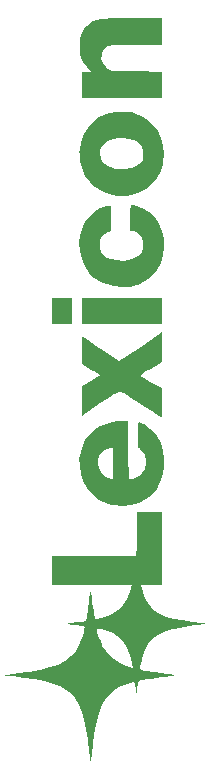
<source format=gto>
%TF.GenerationSoftware,KiCad,Pcbnew,7.0.7*%
%TF.CreationDate,2024-06-09T18:31:49+08:00*%
%TF.ProjectId,Lexicon 69,4c657869-636f-46e2-9036-392e6b696361,rev?*%
%TF.SameCoordinates,Original*%
%TF.FileFunction,Legend,Top*%
%TF.FilePolarity,Positive*%
%FSLAX46Y46*%
G04 Gerber Fmt 4.6, Leading zero omitted, Abs format (unit mm)*
G04 Created by KiCad (PCBNEW 7.0.7) date 2024-06-09 18:31:49*
%MOMM*%
%LPD*%
G01*
G04 APERTURE LIST*
%ADD10C,2.200000*%
G04 APERTURE END LIST*
%TO.C,G\u002A\u002A\u002A*%
G36*
X357937153Y-106441875D02*
G01*
X357937153Y-107535486D01*
X357090486Y-107535486D01*
X356243820Y-107535486D01*
X356243820Y-106441875D01*
X356243820Y-105348264D01*
X357090486Y-105348264D01*
X357937153Y-105348264D01*
X357937153Y-106441875D01*
G37*
G36*
X365557153Y-106441875D02*
G01*
X365557153Y-107535486D01*
X362170486Y-107535486D01*
X358783820Y-107535486D01*
X358783820Y-106441875D01*
X358783820Y-105348264D01*
X362170486Y-105348264D01*
X365557153Y-105348264D01*
X365557153Y-106441875D01*
G37*
G36*
X365557153Y-82770486D02*
G01*
X365557153Y-83899375D01*
X363367665Y-83899375D01*
X362695436Y-83900492D01*
X362149637Y-83905308D01*
X361715593Y-83916020D01*
X361378631Y-83934827D01*
X361124077Y-83963926D01*
X360937257Y-84005516D01*
X360803496Y-84061793D01*
X360708122Y-84134957D01*
X360636460Y-84227204D01*
X360586489Y-84315934D01*
X360451057Y-84711305D01*
X360444530Y-85100135D01*
X360560324Y-85458846D01*
X360791853Y-85763859D01*
X361041598Y-85945486D01*
X361135036Y-85995828D01*
X361225102Y-86035727D01*
X361329011Y-86066598D01*
X361463977Y-86089858D01*
X361647216Y-86106923D01*
X361895944Y-86119207D01*
X362227376Y-86128128D01*
X362658727Y-86135100D01*
X363207212Y-86141541D01*
X363458125Y-86144230D01*
X365557153Y-86166586D01*
X365557153Y-87290758D01*
X365557153Y-88414931D01*
X362170486Y-88414931D01*
X358783820Y-88414931D01*
X358783820Y-87321320D01*
X358783820Y-86227708D01*
X359222140Y-86227708D01*
X359660460Y-86227708D01*
X359331466Y-85892570D01*
X359114789Y-85633740D01*
X358909316Y-85326482D01*
X358806227Y-85134097D01*
X358709704Y-84906972D01*
X358650657Y-84702846D01*
X358620200Y-84472520D01*
X358609446Y-84166797D01*
X358608706Y-84040486D01*
X358632246Y-83508206D01*
X358712088Y-83078519D01*
X358858676Y-82720565D01*
X359082454Y-82403486D01*
X359208351Y-82268680D01*
X359462782Y-82045497D01*
X359727335Y-81893719D01*
X360017011Y-81788312D01*
X360150412Y-81749498D01*
X360284208Y-81718179D01*
X360434761Y-81693556D01*
X360618438Y-81674831D01*
X360851600Y-81661206D01*
X361150612Y-81651883D01*
X361531837Y-81646062D01*
X362011640Y-81642947D01*
X362606385Y-81641739D01*
X363024585Y-81641597D01*
X365557153Y-81641597D01*
X365557153Y-82770486D01*
G37*
G36*
X365557153Y-109491170D02*
G01*
X365557153Y-110748909D01*
X364607498Y-111311781D01*
X364245025Y-111523485D01*
X363987318Y-111680249D01*
X363836273Y-111801096D01*
X363793787Y-111905050D01*
X363861756Y-112011134D01*
X364042078Y-112138371D01*
X364336649Y-112305783D01*
X364728125Y-112521645D01*
X365557153Y-112984461D01*
X365557153Y-114211085D01*
X365555473Y-114609398D01*
X365550811Y-114953699D01*
X365543739Y-115221335D01*
X365534827Y-115389650D01*
X365526286Y-115437708D01*
X365461703Y-115400462D01*
X365294479Y-115295231D01*
X365039737Y-115131778D01*
X364712596Y-114919866D01*
X364328179Y-114669259D01*
X363901605Y-114389719D01*
X363815314Y-114333008D01*
X363377975Y-114046903D01*
X362975616Y-113786450D01*
X362624224Y-113561779D01*
X362339789Y-113383020D01*
X362138300Y-113260303D01*
X362035743Y-113203758D01*
X362029375Y-113201474D01*
X361944713Y-113232249D01*
X361759984Y-113332679D01*
X361491583Y-113492732D01*
X361155903Y-113702378D01*
X360769338Y-113951588D01*
X360353681Y-114226712D01*
X358783820Y-115278784D01*
X358783820Y-114032203D01*
X358783820Y-112785622D01*
X359558192Y-112334278D01*
X359846201Y-112161914D01*
X360079663Y-112013548D01*
X360236886Y-111903623D01*
X360296176Y-111846582D01*
X360295316Y-111843516D01*
X360223242Y-111793996D01*
X360054854Y-111688587D01*
X359815493Y-111542898D01*
X359538583Y-111377336D01*
X358819098Y-110950575D01*
X358799753Y-109772197D01*
X358795214Y-109382303D01*
X358794863Y-109046863D01*
X358798435Y-108788984D01*
X358805663Y-108631770D01*
X358813311Y-108593820D01*
X358878671Y-108630988D01*
X359046085Y-108735747D01*
X359299823Y-108897980D01*
X359624152Y-109107569D01*
X360003341Y-109354396D01*
X360410332Y-109620907D01*
X361974450Y-110647994D01*
X363765801Y-109440713D01*
X365557153Y-108233431D01*
X365557153Y-109491170D01*
G37*
G36*
X362560310Y-89560634D02*
G01*
X363017265Y-89614238D01*
X363191075Y-89651975D01*
X363820057Y-89884795D01*
X364375360Y-90228212D01*
X364848688Y-90667772D01*
X365231742Y-91189021D01*
X365516225Y-91777503D01*
X365693839Y-92418765D01*
X365756284Y-93098352D01*
X365695265Y-93801811D01*
X365664125Y-93959826D01*
X365457328Y-94602150D01*
X365141376Y-95169942D01*
X364730747Y-95656698D01*
X364239916Y-96055914D01*
X363683359Y-96361086D01*
X363075553Y-96565711D01*
X362430974Y-96663284D01*
X362170486Y-96657041D01*
X361764098Y-96647302D01*
X361089401Y-96511260D01*
X360492652Y-96283265D01*
X359923397Y-95938498D01*
X359444837Y-95493412D01*
X359064446Y-94961644D01*
X358789696Y-94356835D01*
X358628062Y-93692622D01*
X358593887Y-93101479D01*
X360325963Y-93101479D01*
X360367300Y-93481199D01*
X360502526Y-93777601D01*
X360748465Y-94016530D01*
X361027610Y-94179445D01*
X361226417Y-94270341D01*
X361403665Y-94328265D01*
X361601398Y-94360480D01*
X361861658Y-94374249D01*
X362170486Y-94376875D01*
X362540104Y-94371328D01*
X362808330Y-94350987D01*
X363014580Y-94310303D01*
X363198269Y-94243727D01*
X363235496Y-94226942D01*
X363592797Y-94012801D01*
X363850432Y-93754505D01*
X363940659Y-93600764D01*
X363990070Y-93374545D01*
X363990175Y-93076645D01*
X363947313Y-92765061D01*
X363867819Y-92497791D01*
X363807999Y-92386735D01*
X363559237Y-92149152D01*
X363208845Y-91967250D01*
X362786479Y-91844978D01*
X362321795Y-91786284D01*
X361844447Y-91795114D01*
X361384093Y-91875417D01*
X361005480Y-92013671D01*
X360662165Y-92244907D01*
X360439296Y-92549351D01*
X360334949Y-92930083D01*
X360325963Y-93101479D01*
X358593887Y-93101479D01*
X358587017Y-92982646D01*
X358595011Y-92820227D01*
X358707755Y-92117958D01*
X358939859Y-91475206D01*
X359281731Y-90903866D01*
X359723777Y-90415832D01*
X360256407Y-90023001D01*
X360870029Y-89737265D01*
X361149898Y-89651975D01*
X361566069Y-89579503D01*
X362056392Y-89549056D01*
X362560310Y-89560634D01*
G37*
G36*
X363226009Y-97472585D02*
G01*
X363452844Y-97541051D01*
X363586779Y-97583324D01*
X364052420Y-97776864D01*
X364494939Y-98049055D01*
X364864554Y-98367323D01*
X364972834Y-98490201D01*
X365334716Y-99049949D01*
X365588476Y-99682488D01*
X365729068Y-100364236D01*
X365751447Y-101071610D01*
X365664125Y-101720937D01*
X365450962Y-102386613D01*
X365121847Y-102975944D01*
X364684889Y-103479829D01*
X364148196Y-103889164D01*
X363519877Y-104194845D01*
X363432483Y-104226290D01*
X362852086Y-104361487D01*
X362212855Y-104396183D01*
X361551651Y-104333582D01*
X360905336Y-104176885D01*
X360371341Y-103960301D01*
X359828651Y-103613343D01*
X359374359Y-103166288D01*
X359015183Y-102634106D01*
X358757840Y-102031769D01*
X358609048Y-101374248D01*
X358575526Y-100676513D01*
X358636953Y-100095192D01*
X358803006Y-99475698D01*
X359067693Y-98914598D01*
X359417043Y-98427162D01*
X359837085Y-98028658D01*
X360313848Y-97734356D01*
X360833360Y-97559525D01*
X360979805Y-97534696D01*
X361253264Y-97498017D01*
X361253264Y-98600919D01*
X361252015Y-99019298D01*
X361246756Y-99316836D01*
X361235221Y-99513789D01*
X361215141Y-99630417D01*
X361184248Y-99686977D01*
X361140277Y-99703728D01*
X361129792Y-99704083D01*
X360929989Y-99758984D01*
X360708929Y-99898428D01*
X360517410Y-100085629D01*
X360438127Y-100204956D01*
X360356608Y-100468911D01*
X360329240Y-100797497D01*
X360356107Y-101125643D01*
X360436659Y-101387066D01*
X360648847Y-101668886D01*
X360946647Y-101901051D01*
X361237816Y-102029638D01*
X361765993Y-102132760D01*
X362286639Y-102152174D01*
X362776835Y-102093328D01*
X363213659Y-101961670D01*
X363574193Y-101762648D01*
X363835515Y-101501712D01*
X363899172Y-101397009D01*
X363977571Y-101137395D01*
X364000750Y-100811040D01*
X363969116Y-100480886D01*
X363891586Y-100227123D01*
X363702189Y-99974693D01*
X363417906Y-99774054D01*
X363097255Y-99659868D01*
X362876042Y-99615625D01*
X362876042Y-98530833D01*
X362875512Y-98097578D01*
X362882124Y-97788939D01*
X362908179Y-97588520D01*
X362965977Y-97479920D01*
X363067820Y-97446742D01*
X363226009Y-97472585D01*
G37*
G36*
X362734931Y-118189375D02*
G01*
X362734303Y-118857785D01*
X362734248Y-119397886D01*
X362737506Y-119822463D01*
X362746820Y-120144302D01*
X362764930Y-120376188D01*
X362794578Y-120530906D01*
X362838506Y-120621242D01*
X362899455Y-120659982D01*
X362980166Y-120659910D01*
X363083380Y-120633812D01*
X363211840Y-120594473D01*
X363248387Y-120584022D01*
X363589592Y-120422225D01*
X363885107Y-120156290D01*
X364095523Y-119823050D01*
X364115943Y-119773135D01*
X364202094Y-119403315D01*
X364199767Y-119015420D01*
X364117882Y-118644166D01*
X363965362Y-118324268D01*
X363751127Y-118090444D01*
X363670324Y-118039109D01*
X363608784Y-118000302D01*
X363565553Y-117945416D01*
X363537404Y-117851514D01*
X363521108Y-117695664D01*
X363513437Y-117454932D01*
X363511164Y-117106383D01*
X363511042Y-116907453D01*
X363514103Y-116478240D01*
X363524150Y-116174635D01*
X363542482Y-115981246D01*
X363570396Y-115882686D01*
X363599236Y-115861731D01*
X363783509Y-115906571D01*
X364034389Y-116024019D01*
X364314113Y-116191714D01*
X364584921Y-116387291D01*
X364785266Y-116564102D01*
X365163816Y-117038508D01*
X365453489Y-117604590D01*
X365649045Y-118240373D01*
X365745245Y-118923880D01*
X365736850Y-119633133D01*
X365652177Y-120200208D01*
X365442278Y-120878904D01*
X365124387Y-121470946D01*
X364706420Y-121970166D01*
X364196295Y-122370394D01*
X363601928Y-122665462D01*
X362931233Y-122849202D01*
X362192128Y-122915444D01*
X362167671Y-122915555D01*
X361467673Y-122859741D01*
X361341459Y-122824778D01*
X360837061Y-122685054D01*
X360259846Y-122384974D01*
X359720041Y-121952983D01*
X359656836Y-121891789D01*
X359227803Y-121380245D01*
X358908348Y-120812937D01*
X358696427Y-120207151D01*
X358590002Y-119580175D01*
X358589090Y-119386482D01*
X360130639Y-119386482D01*
X360208999Y-119754408D01*
X360373127Y-120062691D01*
X360379999Y-120071300D01*
X360574678Y-120262845D01*
X360823331Y-120442370D01*
X361079822Y-120581780D01*
X361298018Y-120652978D01*
X361341459Y-120656832D01*
X361384372Y-120647552D01*
X361416060Y-120605902D01*
X361438202Y-120513540D01*
X361452480Y-120352125D01*
X361460573Y-120103313D01*
X361464162Y-119748764D01*
X361464931Y-119309032D01*
X361464931Y-117959245D01*
X361201464Y-118002000D01*
X360886079Y-118110339D01*
X360576002Y-118312049D01*
X360325574Y-118568183D01*
X360250901Y-118683264D01*
X360142967Y-119011803D01*
X360130639Y-119386482D01*
X358589090Y-119386482D01*
X358587030Y-118949297D01*
X358685472Y-118331804D01*
X358883286Y-117744984D01*
X359178431Y-117206124D01*
X359568867Y-116732512D01*
X360052553Y-116341435D01*
X360331001Y-116181096D01*
X360802970Y-115986834D01*
X361344883Y-115835100D01*
X361890188Y-115741869D01*
X362252328Y-115719931D01*
X362734931Y-115719931D01*
X362734931Y-118189375D01*
G37*
G36*
X365557153Y-126550208D02*
G01*
X365557153Y-129619375D01*
X364675209Y-129619375D01*
X364341101Y-129621746D01*
X364065066Y-129628220D01*
X363873821Y-129637840D01*
X363794081Y-129649645D01*
X363793264Y-129651011D01*
X363813094Y-129728253D01*
X363865914Y-129906451D01*
X363941722Y-130152161D01*
X363971202Y-130245919D01*
X364156223Y-130740148D01*
X364383314Y-131163818D01*
X364664543Y-131523923D01*
X365011975Y-131827451D01*
X365437677Y-132081394D01*
X365953715Y-132292744D01*
X366572155Y-132468489D01*
X367305064Y-132615622D01*
X368164507Y-132741133D01*
X368308820Y-132758980D01*
X368764621Y-132815731D01*
X369087167Y-132859673D01*
X369283615Y-132892055D01*
X369361118Y-132914129D01*
X369326831Y-132927143D01*
X369287169Y-132929916D01*
X369059784Y-132949751D01*
X368727775Y-132989938D01*
X368325291Y-133045228D01*
X367886479Y-133110376D01*
X367445485Y-133180134D01*
X367036458Y-133249254D01*
X366693543Y-133312491D01*
X366450889Y-133364597D01*
X366439098Y-133367550D01*
X365765490Y-133579142D01*
X365211606Y-133848741D01*
X364762935Y-134190843D01*
X364404966Y-134619942D01*
X364123186Y-135150533D01*
X363903086Y-135797112D01*
X363866203Y-135937598D01*
X363779155Y-136291206D01*
X363733611Y-136532587D01*
X363737056Y-136686462D01*
X363796976Y-136777553D01*
X363920857Y-136830582D01*
X364116184Y-136870271D01*
X364150442Y-136876308D01*
X364379732Y-136912356D01*
X364709419Y-136958534D01*
X365099641Y-137009510D01*
X365510533Y-137059950D01*
X365614469Y-137072160D01*
X365983470Y-137117775D01*
X366302450Y-137162312D01*
X366545150Y-137201709D01*
X366685312Y-137231908D01*
X366707696Y-137241204D01*
X366670742Y-137269332D01*
X366522193Y-137301163D01*
X366291248Y-137330955D01*
X366213807Y-137338325D01*
X365874986Y-137373151D01*
X365486188Y-137421022D01*
X365074747Y-137477663D01*
X364667994Y-137538797D01*
X364293264Y-137600149D01*
X363977888Y-137657443D01*
X363749199Y-137706404D01*
X363636862Y-137741447D01*
X363535644Y-137872164D01*
X363506976Y-138070885D01*
X363489583Y-138324929D01*
X363452658Y-138592634D01*
X363448440Y-138615208D01*
X363420524Y-138746497D01*
X363399780Y-138785829D01*
X363380650Y-138719842D01*
X363357575Y-138535176D01*
X363338383Y-138350625D01*
X363306246Y-138093404D01*
X363270826Y-137901204D01*
X363238679Y-137807789D01*
X363232183Y-137803820D01*
X363110103Y-137828987D01*
X363097790Y-137832806D01*
X362896957Y-137895091D01*
X362631617Y-137988032D01*
X362352954Y-138093712D01*
X362099838Y-138198033D01*
X361936339Y-138273823D01*
X361683673Y-138425476D01*
X361412109Y-138623514D01*
X361271107Y-138743095D01*
X360977547Y-139048130D01*
X360721852Y-139396384D01*
X360499369Y-139801460D01*
X360305447Y-140276962D01*
X360135434Y-140836495D01*
X359984678Y-141493663D01*
X359848529Y-142262070D01*
X359722335Y-143155321D01*
X359699015Y-143340962D01*
X359649434Y-143734772D01*
X359604586Y-144076471D01*
X359567662Y-144342879D01*
X359541853Y-144510816D01*
X359531380Y-144558667D01*
X359516845Y-144501000D01*
X359491833Y-144329401D01*
X359459847Y-144070351D01*
X359424391Y-143750333D01*
X359424224Y-143748746D01*
X359299313Y-142735259D01*
X359149722Y-141824759D01*
X358977375Y-141025679D01*
X358784195Y-140346452D01*
X358572105Y-139795512D01*
X358480130Y-139608667D01*
X358205306Y-139178272D01*
X357864109Y-138803645D01*
X357446077Y-138479915D01*
X356940748Y-138202216D01*
X356337661Y-137965680D01*
X355626353Y-137765438D01*
X354796363Y-137596622D01*
X353855357Y-137456676D01*
X353451115Y-137406704D01*
X353080600Y-137364038D01*
X352773250Y-137331831D01*
X352558505Y-137313239D01*
X352485909Y-137309931D01*
X352322695Y-137301119D01*
X352284876Y-137277432D01*
X352358022Y-137242995D01*
X352527701Y-137201934D01*
X352779485Y-137158373D01*
X353098940Y-137116436D01*
X353202331Y-137105151D01*
X354300656Y-136967504D01*
X355261961Y-136798038D01*
X356086133Y-136596781D01*
X356773058Y-136363764D01*
X357322626Y-136099014D01*
X357466705Y-136009428D01*
X357886530Y-135661023D01*
X358267293Y-135210275D01*
X358563040Y-134722119D01*
X358655415Y-134510100D01*
X358753731Y-134239695D01*
X358848776Y-133943141D01*
X358931340Y-133652676D01*
X358992211Y-133400537D01*
X359005378Y-133320761D01*
X360068359Y-133320761D01*
X360069990Y-133403256D01*
X360112202Y-133584834D01*
X360184630Y-133832987D01*
X360276905Y-134115207D01*
X360378660Y-134398983D01*
X360479527Y-134651810D01*
X360525883Y-134755385D01*
X360831698Y-135251987D01*
X361249810Y-135703866D01*
X361752506Y-136083892D01*
X362055210Y-136252551D01*
X362342736Y-136386002D01*
X362610950Y-136497013D01*
X362814922Y-136567424D01*
X362863444Y-136579235D01*
X363097790Y-136624030D01*
X363048462Y-136349619D01*
X363002508Y-136144862D01*
X362928012Y-135864329D01*
X362840509Y-135566294D01*
X362834224Y-135546042D01*
X362576406Y-134914987D01*
X362230149Y-134386781D01*
X361799987Y-133967226D01*
X361404770Y-133716900D01*
X361223174Y-133637919D01*
X360979979Y-133549813D01*
X360710437Y-133463032D01*
X360449802Y-133388026D01*
X360233326Y-133335244D01*
X360096262Y-133315135D01*
X360068359Y-133320761D01*
X359005378Y-133320761D01*
X359022181Y-133218961D01*
X359014522Y-133141929D01*
X358925682Y-133113613D01*
X358728261Y-133076638D01*
X358454091Y-133036386D01*
X358219375Y-133007523D01*
X357913245Y-132971116D01*
X357664434Y-132938357D01*
X357502966Y-132913396D01*
X357457105Y-132902162D01*
X357514256Y-132887160D01*
X357685747Y-132861795D01*
X357945486Y-132829537D01*
X358267380Y-132793854D01*
X358287446Y-132791749D01*
X358647117Y-132752334D01*
X358890538Y-132718679D01*
X359042010Y-132684010D01*
X359125836Y-132641550D01*
X359166319Y-132584524D01*
X359179264Y-132543113D01*
X359200808Y-132423203D01*
X359235807Y-132189233D01*
X359280626Y-131867217D01*
X359331629Y-131483168D01*
X359377435Y-131124951D01*
X359429637Y-130704482D01*
X359469945Y-130392557D01*
X359502345Y-130193154D01*
X359530827Y-130110253D01*
X359559379Y-130147831D01*
X359591988Y-130309867D01*
X359632644Y-130600338D01*
X359685334Y-131023225D01*
X359742479Y-131489097D01*
X359787123Y-131835119D01*
X359828711Y-132129817D01*
X359863037Y-132345228D01*
X359885893Y-132453387D01*
X359888420Y-132459236D01*
X359963543Y-132503776D01*
X360116944Y-132500713D01*
X360365534Y-132447601D01*
X360726221Y-132341997D01*
X360749199Y-132334759D01*
X361370285Y-132085977D01*
X361878010Y-131761899D01*
X362285394Y-131349488D01*
X362605459Y-130835710D01*
X362840832Y-130240801D01*
X362921814Y-129980892D01*
X362983189Y-129777137D01*
X363014907Y-129663154D01*
X363017153Y-129651011D01*
X362948870Y-129644694D01*
X362753110Y-129638798D01*
X362443508Y-129633449D01*
X362033697Y-129628775D01*
X361537313Y-129624903D01*
X360967988Y-129621962D01*
X360339357Y-129620077D01*
X359665054Y-129619377D01*
X359630486Y-129619375D01*
X356243820Y-129619375D01*
X356243820Y-128384653D01*
X356243820Y-127149931D01*
X359798646Y-127149931D01*
X363353473Y-127149931D01*
X363396016Y-126991181D01*
X363408094Y-126877524D01*
X363418922Y-126644664D01*
X363427980Y-126314509D01*
X363434749Y-125908965D01*
X363438710Y-125449940D01*
X363439523Y-125156736D01*
X363440486Y-123481042D01*
X364498820Y-123481042D01*
X365557153Y-123481042D01*
X365557153Y-126550208D01*
G37*
%TD*%
%LPC*%
D10*
%TO.C,H5*%
X195262500Y-160734375D03*
%TD*%
%TO.C,H7*%
X366712500Y-76200000D03*
%TD*%
%TO.C,H4*%
X200025000Y-76200000D03*
%TD*%
%TO.C,H1*%
X66675000Y-76200000D03*
%TD*%
%TO.C,H2*%
X70246875Y-160734375D03*
%TD*%
%TO.C,H8*%
X352425000Y-160734375D03*
%TD*%
%TO.C,H3*%
X119062500Y-117871875D03*
%TD*%
%TO.C,H6*%
X291703125Y-118250000D03*
%TD*%
%LPD*%
M02*

</source>
